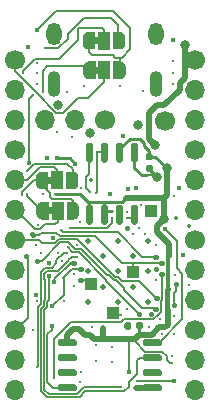
<source format=gbr>
%TF.GenerationSoftware,KiCad,Pcbnew,(5.1.6-0-10_14)*%
%TF.CreationDate,2022-02-25T19:50:12-06:00*%
%TF.ProjectId,Bonsai_C4,426f6e73-6169-45f4-9334-2e6b69636164,rev?*%
%TF.SameCoordinates,Original*%
%TF.FileFunction,Copper,L4,Bot*%
%TF.FilePolarity,Positive*%
%FSLAX46Y46*%
G04 Gerber Fmt 4.6, Leading zero omitted, Abs format (unit mm)*
G04 Created by KiCad (PCBNEW (5.1.6-0-10_14)) date 2022-02-25 19:50:12*
%MOMM*%
%LPD*%
G01*
G04 APERTURE LIST*
%TA.AperFunction,EtchedComponent*%
%ADD10C,0.100000*%
%TD*%
%TA.AperFunction,ComponentPad*%
%ADD11C,1.700000*%
%TD*%
%TA.AperFunction,ComponentPad*%
%ADD12O,1.700000X1.700000*%
%TD*%
%TA.AperFunction,SMDPad,CuDef*%
%ADD13C,0.100000*%
%TD*%
%TA.AperFunction,SMDPad,CuDef*%
%ADD14R,1.000000X1.500000*%
%TD*%
%TA.AperFunction,SMDPad,CuDef*%
%ADD15R,1.000000X1.000000*%
%TD*%
%TA.AperFunction,ComponentPad*%
%ADD16O,1.100000X2.200000*%
%TD*%
%TA.AperFunction,ComponentPad*%
%ADD17O,1.300000X1.900000*%
%TD*%
%TA.AperFunction,ViaPad*%
%ADD18C,0.500000*%
%TD*%
%TA.AperFunction,ViaPad*%
%ADD19C,0.250000*%
%TD*%
%TA.AperFunction,ViaPad*%
%ADD20C,0.800000*%
%TD*%
%TA.AperFunction,ViaPad*%
%ADD21C,0.450000*%
%TD*%
%TA.AperFunction,ViaPad*%
%ADD22C,0.350000*%
%TD*%
%TA.AperFunction,Conductor*%
%ADD23C,0.127000*%
%TD*%
%TA.AperFunction,Conductor*%
%ADD24C,0.220000*%
%TD*%
%TA.AperFunction,Conductor*%
%ADD25C,0.500000*%
%TD*%
%TA.AperFunction,Conductor*%
%ADD26C,0.250000*%
%TD*%
%TA.AperFunction,Conductor*%
%ADD27C,0.380000*%
%TD*%
%TA.AperFunction,Conductor*%
%ADD28C,0.450000*%
%TD*%
G04 APERTURE END LIST*
D10*
%TO.C,JP4*%
G36*
X102710000Y-113050000D02*
G01*
X103210000Y-113050000D01*
X103210000Y-112450000D01*
X102710000Y-112450000D01*
X102710000Y-113050000D01*
G37*
%TO.C,JP3*%
G36*
X102670000Y-110480000D02*
G01*
X103170000Y-110480000D01*
X103170000Y-109880000D01*
X102670000Y-109880000D01*
X102670000Y-110480000D01*
G37*
%TO.C,JP1*%
G36*
X106629000Y-98643000D02*
G01*
X107129000Y-98643000D01*
X107129000Y-98043000D01*
X106629000Y-98043000D01*
X106629000Y-98643000D01*
G37*
%TO.C,JP2*%
G36*
X106673000Y-101153000D02*
G01*
X107173000Y-101153000D01*
X107173000Y-100553000D01*
X106673000Y-100553000D01*
X106673000Y-101153000D01*
G37*
%TD*%
%TO.P,C13,2*%
%TO.N,GND*%
%TA.AperFunction,SMDPad,CuDef*%
G36*
G01*
X111197500Y-108860000D02*
X111542500Y-108860000D01*
G75*
G02*
X111690000Y-109007500I0J-147500D01*
G01*
X111690000Y-109302500D01*
G75*
G02*
X111542500Y-109450000I-147500J0D01*
G01*
X111197500Y-109450000D01*
G75*
G02*
X111050000Y-109302500I0J147500D01*
G01*
X111050000Y-109007500D01*
G75*
G02*
X111197500Y-108860000I147500J0D01*
G01*
G37*
%TD.AperFunction*%
%TO.P,C13,1*%
%TO.N,+3V3*%
%TA.AperFunction,SMDPad,CuDef*%
G36*
G01*
X111197500Y-107890000D02*
X111542500Y-107890000D01*
G75*
G02*
X111690000Y-108037500I0J-147500D01*
G01*
X111690000Y-108332500D01*
G75*
G02*
X111542500Y-108480000I-147500J0D01*
G01*
X111197500Y-108480000D01*
G75*
G02*
X111050000Y-108332500I0J147500D01*
G01*
X111050000Y-108037500D01*
G75*
G02*
X111197500Y-107890000I147500J0D01*
G01*
G37*
%TD.AperFunction*%
%TD*%
D11*
%TO.P,J4,1*%
%TO.N,/PD3*%
X100000000Y-100000000D03*
D12*
%TO.P,J4,2*%
%TO.N,/PD2*%
X100000000Y-102540000D03*
%TO.P,J4,3*%
%TO.N,GND*%
X100000000Y-105080000D03*
%TO.P,J4,6*%
%TO.N,/PD0*%
X100000000Y-112700000D03*
%TO.P,J4,5*%
%TO.N,/PD1*%
X100000000Y-110160000D03*
D11*
%TO.P,J4,4*%
%TO.N,GND*%
X100000000Y-107620000D03*
%TO.P,J4,10*%
%TO.N,/B10*%
X100000000Y-122860000D03*
D12*
%TO.P,J4,8*%
%TO.N,/B8*%
X100000000Y-117780000D03*
D11*
%TO.P,J4,7*%
%TO.N,/A4*%
X100000000Y-115240000D03*
D12*
%TO.P,J4,11*%
%TO.N,/A8*%
X100000000Y-125400000D03*
%TO.P,J4,12*%
%TO.N,/B0*%
X100000000Y-127940000D03*
%TO.P,J4,9*%
%TO.N,/A3*%
X100000000Y-120320000D03*
%TD*%
D11*
%TO.P,J5,1*%
%TO.N,+5V*%
X115240000Y-100000000D03*
D12*
%TO.P,J5,2*%
%TO.N,GND*%
X115240000Y-102540000D03*
%TO.P,J5,3*%
%TO.N,/DFU*%
X115240000Y-105080000D03*
%TO.P,J5,6*%
%TO.N,/A6*%
X115240000Y-112700000D03*
%TO.P,J5,5*%
%TO.N,/A7*%
X115240000Y-110160000D03*
D11*
%TO.P,J5,4*%
%TO.N,+3V3*%
X115240000Y-107620000D03*
%TO.P,J5,10*%
%TO.N,/B14*%
X115240000Y-122860000D03*
D12*
%TO.P,J5,8*%
%TO.N,/A1*%
X115240000Y-117780000D03*
D11*
%TO.P,J5,7*%
%TO.N,/A5*%
X115240000Y-115240000D03*
D12*
%TO.P,J5,11*%
%TO.N,/B15*%
X115240000Y-125400000D03*
%TO.P,J5,12*%
%TO.N,/B1*%
X115240000Y-127940000D03*
%TO.P,J5,9*%
%TO.N,/B13*%
X115240000Y-120320000D03*
%TD*%
%TO.P,J1,3*%
%TO.N,/D+*%
X102540000Y-105080000D03*
%TO.P,J1,2*%
%TO.N,/D-*%
X105080000Y-105080000D03*
D11*
%TO.P,J1,1*%
%TO.N,VBUS*%
X107620000Y-105080000D03*
%TD*%
%TO.P,J2,1*%
%TO.N,/A10_5V*%
X112680000Y-105120000D03*
%TD*%
%TA.AperFunction,SMDPad,CuDef*%
D13*
%TO.P,JP4,1*%
%TO.N,/B6*%
G36*
X102860000Y-113500000D02*
G01*
X102310000Y-113500000D01*
X102310000Y-113499398D01*
X102285466Y-113499398D01*
X102236635Y-113494588D01*
X102188510Y-113485016D01*
X102141555Y-113470772D01*
X102096222Y-113451995D01*
X102052949Y-113428864D01*
X102012150Y-113401604D01*
X101974221Y-113370476D01*
X101939524Y-113335779D01*
X101908396Y-113297850D01*
X101881136Y-113257051D01*
X101858005Y-113213778D01*
X101839228Y-113168445D01*
X101824984Y-113121490D01*
X101815412Y-113073365D01*
X101810602Y-113024534D01*
X101810602Y-113000000D01*
X101810000Y-113000000D01*
X101810000Y-112500000D01*
X101810602Y-112500000D01*
X101810602Y-112475466D01*
X101815412Y-112426635D01*
X101824984Y-112378510D01*
X101839228Y-112331555D01*
X101858005Y-112286222D01*
X101881136Y-112242949D01*
X101908396Y-112202150D01*
X101939524Y-112164221D01*
X101974221Y-112129524D01*
X102012150Y-112098396D01*
X102052949Y-112071136D01*
X102096222Y-112048005D01*
X102141555Y-112029228D01*
X102188510Y-112014984D01*
X102236635Y-112005412D01*
X102285466Y-112000602D01*
X102310000Y-112000602D01*
X102310000Y-112000000D01*
X102860000Y-112000000D01*
X102860000Y-113500000D01*
G37*
%TD.AperFunction*%
D14*
%TO.P,JP4,2*%
%TO.N,/PD0*%
X103610000Y-112750000D03*
%TA.AperFunction,SMDPad,CuDef*%
D13*
%TO.P,JP4,3*%
%TO.N,/B9*%
G36*
X104910000Y-112000602D02*
G01*
X104934534Y-112000602D01*
X104983365Y-112005412D01*
X105031490Y-112014984D01*
X105078445Y-112029228D01*
X105123778Y-112048005D01*
X105167051Y-112071136D01*
X105207850Y-112098396D01*
X105245779Y-112129524D01*
X105280476Y-112164221D01*
X105311604Y-112202150D01*
X105338864Y-112242949D01*
X105361995Y-112286222D01*
X105380772Y-112331555D01*
X105395016Y-112378510D01*
X105404588Y-112426635D01*
X105409398Y-112475466D01*
X105409398Y-112500000D01*
X105410000Y-112500000D01*
X105410000Y-113000000D01*
X105409398Y-113000000D01*
X105409398Y-113024534D01*
X105404588Y-113073365D01*
X105395016Y-113121490D01*
X105380772Y-113168445D01*
X105361995Y-113213778D01*
X105338864Y-113257051D01*
X105311604Y-113297850D01*
X105280476Y-113335779D01*
X105245779Y-113370476D01*
X105207850Y-113401604D01*
X105167051Y-113428864D01*
X105123778Y-113451995D01*
X105078445Y-113470772D01*
X105031490Y-113485016D01*
X104983365Y-113494588D01*
X104934534Y-113499398D01*
X104910000Y-113499398D01*
X104910000Y-113500000D01*
X104360000Y-113500000D01*
X104360000Y-112000000D01*
X104910000Y-112000000D01*
X104910000Y-112000602D01*
G37*
%TD.AperFunction*%
%TD*%
%TA.AperFunction,SMDPad,CuDef*%
%TO.P,JP3,1*%
%TO.N,/B9*%
G36*
X102820000Y-110930000D02*
G01*
X102270000Y-110930000D01*
X102270000Y-110929398D01*
X102245466Y-110929398D01*
X102196635Y-110924588D01*
X102148510Y-110915016D01*
X102101555Y-110900772D01*
X102056222Y-110881995D01*
X102012949Y-110858864D01*
X101972150Y-110831604D01*
X101934221Y-110800476D01*
X101899524Y-110765779D01*
X101868396Y-110727850D01*
X101841136Y-110687051D01*
X101818005Y-110643778D01*
X101799228Y-110598445D01*
X101784984Y-110551490D01*
X101775412Y-110503365D01*
X101770602Y-110454534D01*
X101770602Y-110430000D01*
X101770000Y-110430000D01*
X101770000Y-109930000D01*
X101770602Y-109930000D01*
X101770602Y-109905466D01*
X101775412Y-109856635D01*
X101784984Y-109808510D01*
X101799228Y-109761555D01*
X101818005Y-109716222D01*
X101841136Y-109672949D01*
X101868396Y-109632150D01*
X101899524Y-109594221D01*
X101934221Y-109559524D01*
X101972150Y-109528396D01*
X102012949Y-109501136D01*
X102056222Y-109478005D01*
X102101555Y-109459228D01*
X102148510Y-109444984D01*
X102196635Y-109435412D01*
X102245466Y-109430602D01*
X102270000Y-109430602D01*
X102270000Y-109430000D01*
X102820000Y-109430000D01*
X102820000Y-110930000D01*
G37*
%TD.AperFunction*%
D14*
%TO.P,JP3,2*%
%TO.N,/PD1*%
X103570000Y-110180000D03*
%TA.AperFunction,SMDPad,CuDef*%
D13*
%TO.P,JP3,3*%
%TO.N,/B6*%
G36*
X104870000Y-109430602D02*
G01*
X104894534Y-109430602D01*
X104943365Y-109435412D01*
X104991490Y-109444984D01*
X105038445Y-109459228D01*
X105083778Y-109478005D01*
X105127051Y-109501136D01*
X105167850Y-109528396D01*
X105205779Y-109559524D01*
X105240476Y-109594221D01*
X105271604Y-109632150D01*
X105298864Y-109672949D01*
X105321995Y-109716222D01*
X105340772Y-109761555D01*
X105355016Y-109808510D01*
X105364588Y-109856635D01*
X105369398Y-109905466D01*
X105369398Y-109930000D01*
X105370000Y-109930000D01*
X105370000Y-110430000D01*
X105369398Y-110430000D01*
X105369398Y-110454534D01*
X105364588Y-110503365D01*
X105355016Y-110551490D01*
X105340772Y-110598445D01*
X105321995Y-110643778D01*
X105298864Y-110687051D01*
X105271604Y-110727850D01*
X105240476Y-110765779D01*
X105205779Y-110800476D01*
X105167850Y-110831604D01*
X105127051Y-110858864D01*
X105083778Y-110881995D01*
X105038445Y-110900772D01*
X104991490Y-110915016D01*
X104943365Y-110924588D01*
X104894534Y-110929398D01*
X104870000Y-110929398D01*
X104870000Y-110930000D01*
X104320000Y-110930000D01*
X104320000Y-109430000D01*
X104870000Y-109430000D01*
X104870000Y-109430602D01*
G37*
%TD.AperFunction*%
%TD*%
D15*
%TO.P,J8,1*%
%TO.N,/VBUS_DET*%
X111500000Y-112730000D03*
%TD*%
D16*
%TO.P,J3,S*%
%TO.N,Net-(FB1-Pad1)*%
X103320000Y-102000000D03*
D17*
X103320000Y-97800000D03*
X111920000Y-97800000D03*
D16*
X111920000Y-102000000D03*
%TD*%
%TA.AperFunction,SMDPad,CuDef*%
D13*
%TO.P,JP1,1*%
%TO.N,/A15*%
G36*
X106779000Y-99093000D02*
G01*
X106229000Y-99093000D01*
X106229000Y-99092398D01*
X106204466Y-99092398D01*
X106155635Y-99087588D01*
X106107510Y-99078016D01*
X106060555Y-99063772D01*
X106015222Y-99044995D01*
X105971949Y-99021864D01*
X105931150Y-98994604D01*
X105893221Y-98963476D01*
X105858524Y-98928779D01*
X105827396Y-98890850D01*
X105800136Y-98850051D01*
X105777005Y-98806778D01*
X105758228Y-98761445D01*
X105743984Y-98714490D01*
X105734412Y-98666365D01*
X105729602Y-98617534D01*
X105729602Y-98593000D01*
X105729000Y-98593000D01*
X105729000Y-98093000D01*
X105729602Y-98093000D01*
X105729602Y-98068466D01*
X105734412Y-98019635D01*
X105743984Y-97971510D01*
X105758228Y-97924555D01*
X105777005Y-97879222D01*
X105800136Y-97835949D01*
X105827396Y-97795150D01*
X105858524Y-97757221D01*
X105893221Y-97722524D01*
X105931150Y-97691396D01*
X105971949Y-97664136D01*
X106015222Y-97641005D01*
X106060555Y-97622228D01*
X106107510Y-97607984D01*
X106155635Y-97598412D01*
X106204466Y-97593602D01*
X106229000Y-97593602D01*
X106229000Y-97593000D01*
X106779000Y-97593000D01*
X106779000Y-99093000D01*
G37*
%TD.AperFunction*%
D14*
%TO.P,JP1,2*%
%TO.N,/PD2*%
X107529000Y-98343000D03*
%TA.AperFunction,SMDPad,CuDef*%
D13*
%TO.P,JP1,3*%
%TO.N,/B7*%
G36*
X108829000Y-97593602D02*
G01*
X108853534Y-97593602D01*
X108902365Y-97598412D01*
X108950490Y-97607984D01*
X108997445Y-97622228D01*
X109042778Y-97641005D01*
X109086051Y-97664136D01*
X109126850Y-97691396D01*
X109164779Y-97722524D01*
X109199476Y-97757221D01*
X109230604Y-97795150D01*
X109257864Y-97835949D01*
X109280995Y-97879222D01*
X109299772Y-97924555D01*
X109314016Y-97971510D01*
X109323588Y-98019635D01*
X109328398Y-98068466D01*
X109328398Y-98093000D01*
X109329000Y-98093000D01*
X109329000Y-98593000D01*
X109328398Y-98593000D01*
X109328398Y-98617534D01*
X109323588Y-98666365D01*
X109314016Y-98714490D01*
X109299772Y-98761445D01*
X109280995Y-98806778D01*
X109257864Y-98850051D01*
X109230604Y-98890850D01*
X109199476Y-98928779D01*
X109164779Y-98963476D01*
X109126850Y-98994604D01*
X109086051Y-99021864D01*
X109042778Y-99044995D01*
X108997445Y-99063772D01*
X108950490Y-99078016D01*
X108902365Y-99087588D01*
X108853534Y-99092398D01*
X108829000Y-99092398D01*
X108829000Y-99093000D01*
X108279000Y-99093000D01*
X108279000Y-97593000D01*
X108829000Y-97593000D01*
X108829000Y-97593602D01*
G37*
%TD.AperFunction*%
%TD*%
%TA.AperFunction,SMDPad,CuDef*%
%TO.P,JP2,1*%
%TO.N,/B7*%
G36*
X106823000Y-101603000D02*
G01*
X106273000Y-101603000D01*
X106273000Y-101602398D01*
X106248466Y-101602398D01*
X106199635Y-101597588D01*
X106151510Y-101588016D01*
X106104555Y-101573772D01*
X106059222Y-101554995D01*
X106015949Y-101531864D01*
X105975150Y-101504604D01*
X105937221Y-101473476D01*
X105902524Y-101438779D01*
X105871396Y-101400850D01*
X105844136Y-101360051D01*
X105821005Y-101316778D01*
X105802228Y-101271445D01*
X105787984Y-101224490D01*
X105778412Y-101176365D01*
X105773602Y-101127534D01*
X105773602Y-101103000D01*
X105773000Y-101103000D01*
X105773000Y-100603000D01*
X105773602Y-100603000D01*
X105773602Y-100578466D01*
X105778412Y-100529635D01*
X105787984Y-100481510D01*
X105802228Y-100434555D01*
X105821005Y-100389222D01*
X105844136Y-100345949D01*
X105871396Y-100305150D01*
X105902524Y-100267221D01*
X105937221Y-100232524D01*
X105975150Y-100201396D01*
X106015949Y-100174136D01*
X106059222Y-100151005D01*
X106104555Y-100132228D01*
X106151510Y-100117984D01*
X106199635Y-100108412D01*
X106248466Y-100103602D01*
X106273000Y-100103602D01*
X106273000Y-100103000D01*
X106823000Y-100103000D01*
X106823000Y-101603000D01*
G37*
%TD.AperFunction*%
D14*
%TO.P,JP2,2*%
%TO.N,/PD3*%
X107573000Y-100853000D03*
%TA.AperFunction,SMDPad,CuDef*%
D13*
%TO.P,JP2,3*%
%TO.N,/A15*%
G36*
X108873000Y-100103602D02*
G01*
X108897534Y-100103602D01*
X108946365Y-100108412D01*
X108994490Y-100117984D01*
X109041445Y-100132228D01*
X109086778Y-100151005D01*
X109130051Y-100174136D01*
X109170850Y-100201396D01*
X109208779Y-100232524D01*
X109243476Y-100267221D01*
X109274604Y-100305150D01*
X109301864Y-100345949D01*
X109324995Y-100389222D01*
X109343772Y-100434555D01*
X109358016Y-100481510D01*
X109367588Y-100529635D01*
X109372398Y-100578466D01*
X109372398Y-100603000D01*
X109373000Y-100603000D01*
X109373000Y-101103000D01*
X109372398Y-101103000D01*
X109372398Y-101127534D01*
X109367588Y-101176365D01*
X109358016Y-101224490D01*
X109343772Y-101271445D01*
X109324995Y-101316778D01*
X109301864Y-101360051D01*
X109274604Y-101400850D01*
X109243476Y-101438779D01*
X109208779Y-101473476D01*
X109170850Y-101504604D01*
X109130051Y-101531864D01*
X109086778Y-101554995D01*
X109041445Y-101573772D01*
X108994490Y-101588016D01*
X108946365Y-101597588D01*
X108897534Y-101602398D01*
X108873000Y-101602398D01*
X108873000Y-101603000D01*
X108323000Y-101603000D01*
X108323000Y-100103000D01*
X108873000Y-100103000D01*
X108873000Y-100103602D01*
G37*
%TD.AperFunction*%
%TD*%
D18*
%TO.N,GND*%
%TO.C,U3*%
X106172000Y-120440000D03*
X106172000Y-117890000D03*
X106172000Y-115340000D03*
X107447000Y-119165000D03*
X107447000Y-116615000D03*
X108722000Y-120440000D03*
X108722000Y-117890000D03*
X108722000Y-115340000D03*
X109997000Y-119165000D03*
X109997000Y-116615000D03*
X111272000Y-120440000D03*
X111272000Y-117890000D03*
X111272000Y-115340000D03*
%TD*%
%TO.P,U7,8*%
%TO.N,+3V3*%
%TA.AperFunction,SMDPad,CuDef*%
G36*
G01*
X106140000Y-112265000D02*
X106440000Y-112265000D01*
G75*
G02*
X106590000Y-112415000I0J-150000D01*
G01*
X106590000Y-113765000D01*
G75*
G02*
X106440000Y-113915000I-150000J0D01*
G01*
X106140000Y-113915000D01*
G75*
G02*
X105990000Y-113765000I0J150000D01*
G01*
X105990000Y-112415000D01*
G75*
G02*
X106140000Y-112265000I150000J0D01*
G01*
G37*
%TD.AperFunction*%
%TO.P,U7,7*%
%TA.AperFunction,SMDPad,CuDef*%
G36*
G01*
X107410000Y-112265000D02*
X107710000Y-112265000D01*
G75*
G02*
X107860000Y-112415000I0J-150000D01*
G01*
X107860000Y-113765000D01*
G75*
G02*
X107710000Y-113915000I-150000J0D01*
G01*
X107410000Y-113915000D01*
G75*
G02*
X107260000Y-113765000I0J150000D01*
G01*
X107260000Y-112415000D01*
G75*
G02*
X107410000Y-112265000I150000J0D01*
G01*
G37*
%TD.AperFunction*%
%TO.P,U7,6*%
%TO.N,/B3_SCK*%
%TA.AperFunction,SMDPad,CuDef*%
G36*
G01*
X108680000Y-112265000D02*
X108980000Y-112265000D01*
G75*
G02*
X109130000Y-112415000I0J-150000D01*
G01*
X109130000Y-113765000D01*
G75*
G02*
X108980000Y-113915000I-150000J0D01*
G01*
X108680000Y-113915000D01*
G75*
G02*
X108530000Y-113765000I0J150000D01*
G01*
X108530000Y-112415000D01*
G75*
G02*
X108680000Y-112265000I150000J0D01*
G01*
G37*
%TD.AperFunction*%
%TO.P,U7,5*%
%TO.N,/B5_MOSI*%
%TA.AperFunction,SMDPad,CuDef*%
G36*
G01*
X109950000Y-112265000D02*
X110250000Y-112265000D01*
G75*
G02*
X110400000Y-112415000I0J-150000D01*
G01*
X110400000Y-113765000D01*
G75*
G02*
X110250000Y-113915000I-150000J0D01*
G01*
X109950000Y-113915000D01*
G75*
G02*
X109800000Y-113765000I0J150000D01*
G01*
X109800000Y-112415000D01*
G75*
G02*
X109950000Y-112265000I150000J0D01*
G01*
G37*
%TD.AperFunction*%
%TO.P,U7,4*%
%TO.N,GND*%
%TA.AperFunction,SMDPad,CuDef*%
G36*
G01*
X109950000Y-107015000D02*
X110250000Y-107015000D01*
G75*
G02*
X110400000Y-107165000I0J-150000D01*
G01*
X110400000Y-108515000D01*
G75*
G02*
X110250000Y-108665000I-150000J0D01*
G01*
X109950000Y-108665000D01*
G75*
G02*
X109800000Y-108515000I0J150000D01*
G01*
X109800000Y-107165000D01*
G75*
G02*
X109950000Y-107015000I150000J0D01*
G01*
G37*
%TD.AperFunction*%
%TO.P,U7,3*%
%TO.N,+3V3*%
%TA.AperFunction,SMDPad,CuDef*%
G36*
G01*
X108680000Y-107015000D02*
X108980000Y-107015000D01*
G75*
G02*
X109130000Y-107165000I0J-150000D01*
G01*
X109130000Y-108515000D01*
G75*
G02*
X108980000Y-108665000I-150000J0D01*
G01*
X108680000Y-108665000D01*
G75*
G02*
X108530000Y-108515000I0J150000D01*
G01*
X108530000Y-107165000D01*
G75*
G02*
X108680000Y-107015000I150000J0D01*
G01*
G37*
%TD.AperFunction*%
%TO.P,U7,2*%
%TO.N,/B4_MISO*%
%TA.AperFunction,SMDPad,CuDef*%
G36*
G01*
X107410000Y-107015000D02*
X107710000Y-107015000D01*
G75*
G02*
X107860000Y-107165000I0J-150000D01*
G01*
X107860000Y-108515000D01*
G75*
G02*
X107710000Y-108665000I-150000J0D01*
G01*
X107410000Y-108665000D01*
G75*
G02*
X107260000Y-108515000I0J150000D01*
G01*
X107260000Y-107165000D01*
G75*
G02*
X107410000Y-107015000I150000J0D01*
G01*
G37*
%TD.AperFunction*%
%TO.P,U7,1*%
%TO.N,/A0_FRAM_CS*%
%TA.AperFunction,SMDPad,CuDef*%
G36*
G01*
X106140000Y-107015000D02*
X106440000Y-107015000D01*
G75*
G02*
X106590000Y-107165000I0J-150000D01*
G01*
X106590000Y-108515000D01*
G75*
G02*
X106440000Y-108665000I-150000J0D01*
G01*
X106140000Y-108665000D01*
G75*
G02*
X105990000Y-108515000I0J150000D01*
G01*
X105990000Y-107165000D01*
G75*
G02*
X106140000Y-107015000I150000J0D01*
G01*
G37*
%TD.AperFunction*%
%TD*%
%TO.P,U6,8*%
%TO.N,+3V3*%
%TA.AperFunction,SMDPad,CuDef*%
G36*
G01*
X105210000Y-123775000D02*
X105210000Y-124075000D01*
G75*
G02*
X105060000Y-124225000I-150000J0D01*
G01*
X103760000Y-124225000D01*
G75*
G02*
X103610000Y-124075000I0J150000D01*
G01*
X103610000Y-123775000D01*
G75*
G02*
X103760000Y-123625000I150000J0D01*
G01*
X105060000Y-123625000D01*
G75*
G02*
X105210000Y-123775000I0J-150000D01*
G01*
G37*
%TD.AperFunction*%
%TO.P,U6,7*%
%TO.N,Net-(U6-Pad7)*%
%TA.AperFunction,SMDPad,CuDef*%
G36*
G01*
X105210000Y-125045000D02*
X105210000Y-125345000D01*
G75*
G02*
X105060000Y-125495000I-150000J0D01*
G01*
X103760000Y-125495000D01*
G75*
G02*
X103610000Y-125345000I0J150000D01*
G01*
X103610000Y-125045000D01*
G75*
G02*
X103760000Y-124895000I150000J0D01*
G01*
X105060000Y-124895000D01*
G75*
G02*
X105210000Y-125045000I0J-150000D01*
G01*
G37*
%TD.AperFunction*%
%TO.P,U6,6*%
%TO.N,/B3_SCK*%
%TA.AperFunction,SMDPad,CuDef*%
G36*
G01*
X105210000Y-126315000D02*
X105210000Y-126615000D01*
G75*
G02*
X105060000Y-126765000I-150000J0D01*
G01*
X103760000Y-126765000D01*
G75*
G02*
X103610000Y-126615000I0J150000D01*
G01*
X103610000Y-126315000D01*
G75*
G02*
X103760000Y-126165000I150000J0D01*
G01*
X105060000Y-126165000D01*
G75*
G02*
X105210000Y-126315000I0J-150000D01*
G01*
G37*
%TD.AperFunction*%
%TO.P,U6,5*%
%TO.N,/B5_MOSI*%
%TA.AperFunction,SMDPad,CuDef*%
G36*
G01*
X105210000Y-127585000D02*
X105210000Y-127885000D01*
G75*
G02*
X105060000Y-128035000I-150000J0D01*
G01*
X103760000Y-128035000D01*
G75*
G02*
X103610000Y-127885000I0J150000D01*
G01*
X103610000Y-127585000D01*
G75*
G02*
X103760000Y-127435000I150000J0D01*
G01*
X105060000Y-127435000D01*
G75*
G02*
X105210000Y-127585000I0J-150000D01*
G01*
G37*
%TD.AperFunction*%
%TO.P,U6,4*%
%TO.N,GND*%
%TA.AperFunction,SMDPad,CuDef*%
G36*
G01*
X112410000Y-127585000D02*
X112410000Y-127885000D01*
G75*
G02*
X112260000Y-128035000I-150000J0D01*
G01*
X110960000Y-128035000D01*
G75*
G02*
X110810000Y-127885000I0J150000D01*
G01*
X110810000Y-127585000D01*
G75*
G02*
X110960000Y-127435000I150000J0D01*
G01*
X112260000Y-127435000D01*
G75*
G02*
X112410000Y-127585000I0J-150000D01*
G01*
G37*
%TD.AperFunction*%
%TO.P,U6,3*%
%TO.N,Net-(U6-Pad3)*%
%TA.AperFunction,SMDPad,CuDef*%
G36*
G01*
X112410000Y-126315000D02*
X112410000Y-126615000D01*
G75*
G02*
X112260000Y-126765000I-150000J0D01*
G01*
X110960000Y-126765000D01*
G75*
G02*
X110810000Y-126615000I0J150000D01*
G01*
X110810000Y-126315000D01*
G75*
G02*
X110960000Y-126165000I150000J0D01*
G01*
X112260000Y-126165000D01*
G75*
G02*
X112410000Y-126315000I0J-150000D01*
G01*
G37*
%TD.AperFunction*%
%TO.P,U6,2*%
%TO.N,/B4_MISO*%
%TA.AperFunction,SMDPad,CuDef*%
G36*
G01*
X112410000Y-125045000D02*
X112410000Y-125345000D01*
G75*
G02*
X112260000Y-125495000I-150000J0D01*
G01*
X110960000Y-125495000D01*
G75*
G02*
X110810000Y-125345000I0J150000D01*
G01*
X110810000Y-125045000D01*
G75*
G02*
X110960000Y-124895000I150000J0D01*
G01*
X112260000Y-124895000D01*
G75*
G02*
X112410000Y-125045000I0J-150000D01*
G01*
G37*
%TD.AperFunction*%
%TO.P,U6,1*%
%TO.N,/B12_FLASH_CS*%
%TA.AperFunction,SMDPad,CuDef*%
G36*
G01*
X112410000Y-123775000D02*
X112410000Y-124075000D01*
G75*
G02*
X112260000Y-124225000I-150000J0D01*
G01*
X110960000Y-124225000D01*
G75*
G02*
X110810000Y-124075000I0J150000D01*
G01*
X110810000Y-123775000D01*
G75*
G02*
X110960000Y-123625000I150000J0D01*
G01*
X112260000Y-123625000D01*
G75*
G02*
X112410000Y-123775000I0J-150000D01*
G01*
G37*
%TD.AperFunction*%
%TD*%
%TO.P,C5,2*%
%TO.N,GND*%
%TA.AperFunction,SMDPad,CuDef*%
G36*
G01*
X109850000Y-122317500D02*
X109850000Y-122662500D01*
G75*
G02*
X109702500Y-122810000I-147500J0D01*
G01*
X109407500Y-122810000D01*
G75*
G02*
X109260000Y-122662500I0J147500D01*
G01*
X109260000Y-122317500D01*
G75*
G02*
X109407500Y-122170000I147500J0D01*
G01*
X109702500Y-122170000D01*
G75*
G02*
X109850000Y-122317500I0J-147500D01*
G01*
G37*
%TD.AperFunction*%
%TO.P,C5,1*%
%TO.N,+3V3*%
%TA.AperFunction,SMDPad,CuDef*%
G36*
G01*
X110820000Y-122317500D02*
X110820000Y-122662500D01*
G75*
G02*
X110672500Y-122810000I-147500J0D01*
G01*
X110377500Y-122810000D01*
G75*
G02*
X110230000Y-122662500I0J147500D01*
G01*
X110230000Y-122317500D01*
G75*
G02*
X110377500Y-122170000I147500J0D01*
G01*
X110672500Y-122170000D01*
G75*
G02*
X110820000Y-122317500I0J-147500D01*
G01*
G37*
%TD.AperFunction*%
%TD*%
D15*
%TO.P,J15,1*%
%TO.N,/BOOT0*%
X106410000Y-118922000D03*
%TD*%
%TO.P,J16,1*%
%TO.N,/NRST*%
X108281000Y-121436000D03*
%TD*%
%TO.P,J14,1*%
%TO.N,/B2*%
X109995000Y-117938000D03*
%TD*%
D19*
%TO.N,GND*%
X113463000Y-111466000D03*
X101821000Y-102049000D03*
X113358000Y-100082000D03*
D20*
X106364000Y-106197000D03*
D19*
X109438000Y-122625000D03*
X111341000Y-122625000D03*
X109468000Y-121056000D03*
X105619000Y-110824000D03*
D21*
X102681784Y-108250856D03*
X113878955Y-110795454D03*
X114199761Y-116483619D03*
D19*
X101959000Y-113925000D03*
X113356000Y-102029000D03*
X111973168Y-115634990D03*
X103994000Y-116978000D03*
X112426990Y-123150000D03*
X106496761Y-122615239D03*
X106825000Y-124136000D03*
X106858000Y-125479000D03*
X108213000Y-125524000D03*
X104809000Y-106488000D03*
X103545000Y-106066000D03*
X110870000Y-102605000D03*
X104370000Y-102688000D03*
D20*
X103665309Y-103763691D03*
D19*
X102383010Y-111367990D03*
X101833019Y-100268916D03*
X104116202Y-120346202D03*
D21*
X101777172Y-119875929D03*
D20*
X112051988Y-109880000D03*
D19*
X108190000Y-124310000D03*
D21*
X110250000Y-127740000D03*
D19*
X105590000Y-126390000D03*
X105480000Y-127210000D03*
X105520000Y-113690000D03*
D21*
X103174436Y-115028510D03*
D20*
%TO.N,+5V*%
X114373000Y-98687000D03*
X111870000Y-107200000D03*
D19*
%TO.N,+3V3*%
X113317000Y-125676000D03*
D21*
X110400000Y-123368000D03*
X109663000Y-126436002D03*
D20*
X112636133Y-113460933D03*
D21*
X105398000Y-122757000D03*
D19*
X103353000Y-111368000D03*
D20*
X112830000Y-109130000D03*
D19*
X108188078Y-112750000D03*
D20*
%TO.N,Net-(D1-Pad2)*%
X110430000Y-105467000D03*
D21*
X108075768Y-111367469D03*
%TO.N,VBUS*%
X110226356Y-110817020D03*
X109120000Y-106420000D03*
D19*
%TO.N,/A3*%
X112262863Y-121873863D03*
%TO.N,Net-(J3-PadA5)*%
X113352000Y-101090000D03*
X108870000Y-102225000D03*
%TO.N,Net-(J3-PadB5)*%
X105870000Y-102225000D03*
X101821000Y-101079000D03*
%TO.N,/NRST*%
X108972000Y-121585000D03*
X113477030Y-123147637D03*
%TO.N,/BOOT0*%
X105589000Y-118638000D03*
X103626000Y-116315000D03*
%TO.N,/B0*%
X112402000Y-118140000D03*
X103280000Y-126890000D03*
%TO.N,/B1*%
X111899000Y-117640000D03*
%TO.N,/B2*%
X112405000Y-117141000D03*
X113443637Y-120733363D03*
X113611000Y-118916000D03*
X102160000Y-116314000D03*
X101521058Y-114763337D03*
%TO.N,/B7*%
X104989000Y-118140000D03*
X101480000Y-102910000D03*
X102350000Y-102670000D03*
X102520000Y-98990000D03*
D21*
X101140000Y-108670000D03*
D19*
%TO.N,/B6*%
X105574000Y-117640000D03*
X104090000Y-118400000D03*
D21*
X103155450Y-120790457D03*
D19*
X101024479Y-109410000D03*
X101024479Y-111370655D03*
D22*
%TO.N,/A10*%
X106434000Y-110176000D03*
D19*
X109460000Y-112840000D03*
%TO.N,/B13*%
X110971000Y-114706000D03*
%TO.N,/B9*%
X100625086Y-111392893D03*
%TO.N,/B15*%
X109971000Y-114705000D03*
%TO.N,/B8*%
X104992000Y-119139000D03*
%TO.N,/B14*%
X110471000Y-114180000D03*
%TO.N,/A2*%
X111471000Y-121507000D03*
%TO.N,/DFU*%
X113272000Y-125040000D03*
D22*
X114756000Y-114041000D03*
X113623451Y-113358549D03*
D19*
X114710243Y-119068635D03*
%TO.N,/B10*%
X111908000Y-116640000D03*
X100956000Y-116573000D03*
X103890000Y-114400014D03*
D21*
%TO.N,/A15*%
X101822000Y-97440000D03*
D19*
X105230000Y-115604480D03*
D21*
%TO.N,Net-(C12-Pad1)*%
X113359000Y-98304000D03*
X101081133Y-98877986D03*
X102841490Y-117148510D03*
X102911515Y-118302532D03*
D19*
X110330000Y-127170000D03*
X109000000Y-127690000D03*
D21*
X113430000Y-127170000D03*
D19*
%TO.N,/VBUS_DET*%
X111507000Y-112408000D03*
%TO.N,Net-(D3-Pad-)*%
X101504969Y-122852294D03*
X101798069Y-115659441D03*
D21*
%TO.N,Net-(D5-Pad1)*%
X103522000Y-108291000D03*
X105107000Y-108774000D03*
D19*
X110700000Y-112300000D03*
D21*
%TO.N,/A10_5V*%
X109565743Y-110891954D03*
D19*
%TO.N,/A8*%
X109471000Y-114209000D03*
X101820000Y-120390000D03*
%TO.N,/A4*%
X111969000Y-120139000D03*
%TO.N,/A6*%
X113506000Y-118201000D03*
%TO.N,/A7*%
X111914000Y-118641000D03*
%TO.N,/A0_FRAM_CS*%
X110474000Y-121490000D03*
X106330000Y-111180000D03*
X108220000Y-113350000D03*
X104460000Y-115850000D03*
X104640000Y-114190000D03*
%TO.N,/B3_SCK*%
X101840000Y-125940000D03*
X104410000Y-126465000D03*
X108660000Y-113240000D03*
X104427024Y-116310000D03*
%TO.N,/B4_MISO*%
X106940000Y-107770000D03*
X106849363Y-111270637D03*
X105284508Y-116640000D03*
D21*
%TO.N,/B12_FLASH_CS*%
X112692000Y-114284000D03*
D19*
%TO.N,/B5_MOSI*%
X104994000Y-117140000D03*
D21*
X103103000Y-122524000D03*
X103320000Y-118780000D03*
D19*
X109490000Y-113370000D03*
%TO.N,Net-(Q2-Pad6)*%
X113482000Y-121666000D03*
X101838000Y-116959000D03*
X111928000Y-121096000D03*
%TO.N,/PD2*%
X100650000Y-101060002D03*
%TD*%
D23*
%TO.N,GND*%
X111901988Y-109730000D02*
X112051988Y-109880000D01*
X111170000Y-109730000D02*
X111901988Y-109730000D01*
D24*
X110710000Y-109730000D02*
X111170000Y-109730000D01*
X110100000Y-109120000D02*
X110710000Y-109730000D01*
X110100000Y-107840000D02*
X110100000Y-109120000D01*
D25*
X111610000Y-127735000D02*
X110243726Y-127735000D01*
X110245000Y-127735000D02*
X110250000Y-127740000D01*
X110243726Y-127735000D02*
X110245000Y-127735000D01*
D26*
X111370000Y-109198012D02*
X112051988Y-109880000D01*
X111370000Y-109155000D02*
X111370000Y-109198012D01*
D25*
%TO.N,+5V*%
X112603001Y-103819999D02*
X112055999Y-103819999D01*
X113939999Y-102483001D02*
X112603001Y-103819999D01*
X111379999Y-106709999D02*
X111870000Y-107200000D01*
X111379999Y-104495999D02*
X111379999Y-106709999D01*
X113939999Y-101915999D02*
X113939999Y-102483001D01*
X112055999Y-103819999D02*
X111379999Y-104495999D01*
X114373000Y-101482998D02*
X113939999Y-101915999D01*
X114373000Y-98687000D02*
X114373000Y-101482998D01*
%TO.N,+3V3*%
X110375000Y-123393000D02*
X110400000Y-123368000D01*
X112636133Y-111641133D02*
X112636133Y-113460933D01*
X112636133Y-113460933D02*
X112579067Y-113460933D01*
X112579067Y-113460933D02*
X112012000Y-114028000D01*
X112012000Y-114028000D02*
X112012000Y-114539000D01*
X113065000Y-115592000D02*
X113065000Y-116589000D01*
X112012000Y-114539000D02*
X113065000Y-115592000D01*
X109402867Y-111641133D02*
X112636133Y-111641133D01*
D27*
X112983999Y-119379999D02*
X112983999Y-116670001D01*
X112983999Y-116670001D02*
X113065000Y-116589000D01*
D28*
X112983999Y-119379999D02*
X112877020Y-119486978D01*
X112877020Y-119486978D02*
X112877020Y-120510128D01*
X112877020Y-120510128D02*
X112843628Y-120543520D01*
X112843628Y-121017252D02*
X112951991Y-121125615D01*
X112843628Y-120543520D02*
X112843628Y-121017252D01*
D25*
X105916000Y-123275000D02*
X105398000Y-122757000D01*
D26*
X103361000Y-111360000D02*
X103353000Y-111368000D01*
X105530000Y-111360000D02*
X103361000Y-111360000D01*
X106144000Y-111974000D02*
X105530000Y-111360000D01*
X106403000Y-111974000D02*
X106144000Y-111974000D01*
D25*
X112636133Y-111641133D02*
X112880001Y-111397265D01*
X112880001Y-111397265D02*
X112880001Y-109451031D01*
D26*
X109070000Y-111974000D02*
X109402867Y-111641133D01*
X107660000Y-112990000D02*
X107560000Y-113090000D01*
X107660000Y-112780000D02*
X107660000Y-112990000D01*
X107690000Y-112750000D02*
X107660000Y-112780000D01*
X108188078Y-112750000D02*
X107690000Y-112750000D01*
D24*
X108830000Y-107510000D02*
X108830000Y-107840000D01*
X109700000Y-106640000D02*
X108830000Y-107510000D01*
X110540000Y-106640000D02*
X109700000Y-106640000D01*
X110890000Y-106990000D02*
X110540000Y-106640000D01*
X111170000Y-107505156D02*
X110890000Y-107225156D01*
X110890000Y-107225156D02*
X110890000Y-106990000D01*
D25*
X105916000Y-123275000D02*
X106355000Y-123275000D01*
X110177990Y-123590010D02*
X110400000Y-123368000D01*
X106355000Y-123275000D02*
X106670010Y-123590010D01*
X107470000Y-123560000D02*
X107439990Y-123590010D01*
X106670010Y-123590010D02*
X107439990Y-123590010D01*
X107439990Y-123590010D02*
X107439990Y-122710520D01*
D23*
X109663000Y-123623020D02*
X109629990Y-123590010D01*
D25*
X109629990Y-123590010D02*
X110177990Y-123590010D01*
D23*
X109663000Y-126436002D02*
X109663000Y-123623020D01*
D25*
X107439990Y-123590010D02*
X109629990Y-123590010D01*
D23*
X113317000Y-125676000D02*
X113096000Y-125676000D01*
X113096000Y-125676000D02*
X112826500Y-125406500D01*
D25*
X110543010Y-123224990D02*
X111555010Y-123224990D01*
X110400000Y-123368000D02*
X110543010Y-123224990D01*
X111555010Y-123224990D02*
X112155001Y-122624999D01*
X112951991Y-122381991D02*
X112951991Y-121125615D01*
X112708983Y-122624999D02*
X112951991Y-122381991D01*
X112155001Y-122624999D02*
X112708983Y-122624999D01*
D23*
X112826500Y-125406500D02*
X112826500Y-125046500D01*
X111038920Y-124668002D02*
X110177990Y-123807072D01*
X112448002Y-124668002D02*
X111038920Y-124668002D01*
X110177990Y-123807072D02*
X110177990Y-123590010D01*
X112826500Y-125046500D02*
X112448002Y-124668002D01*
D25*
X104410000Y-123925000D02*
X104410000Y-123290000D01*
X104943000Y-122757000D02*
X105398000Y-122757000D01*
X104410000Y-123290000D02*
X104943000Y-122757000D01*
D26*
X110525000Y-123243000D02*
X110400000Y-123368000D01*
X110525000Y-122490000D02*
X110525000Y-123243000D01*
X106290000Y-112120000D02*
X106144000Y-111974000D01*
X106290000Y-113090000D02*
X106290000Y-112120000D01*
X107560000Y-113090000D02*
X107560000Y-112020000D01*
X107560000Y-112020000D02*
X107606000Y-111974000D01*
X107606000Y-111974000D02*
X109070000Y-111974000D01*
X106144000Y-111974000D02*
X107606000Y-111974000D01*
X111885000Y-108185000D02*
X112830000Y-109130000D01*
X111370000Y-108185000D02*
X111885000Y-108185000D01*
X111370000Y-107705156D02*
X111170000Y-107505156D01*
X111370000Y-108185000D02*
X111370000Y-107705156D01*
D23*
%TO.N,/NRST*%
X108430000Y-121585000D02*
X108281000Y-121436000D01*
X108972000Y-121585000D02*
X108430000Y-121585000D01*
D28*
%TO.N,/BOOT0*%
X105589000Y-118638000D02*
X105508000Y-118638000D01*
D23*
X106126000Y-118638000D02*
X106410000Y-118922000D01*
X105589000Y-118638000D02*
X106126000Y-118638000D01*
D28*
%TO.N,/B0*%
X112402000Y-118140000D02*
X112398000Y-118140000D01*
D23*
X112366510Y-120400490D02*
X112366510Y-121291490D01*
X112402000Y-118140000D02*
X112438510Y-118176510D01*
X112438510Y-118176510D02*
X112438510Y-120328490D01*
X112366510Y-121291490D02*
X112125437Y-121532563D01*
X112438510Y-120328490D02*
X112366510Y-120400490D01*
X104703510Y-122176490D02*
X103280000Y-123600000D01*
X103280000Y-123600000D02*
X103280000Y-126890000D01*
X108963510Y-122176490D02*
X108973510Y-122176490D01*
X108963510Y-122176490D02*
X104703510Y-122176490D01*
X112125435Y-121532565D02*
X112366510Y-121291490D01*
X111712490Y-121945510D02*
X112125435Y-121532565D01*
X109194490Y-121945510D02*
X111712490Y-121945510D01*
X108963510Y-122176490D02*
X109194490Y-121945510D01*
D28*
%TO.N,/B1*%
X111899000Y-117640000D02*
X111909000Y-117640000D01*
%TO.N,/B2*%
X113452885Y-120724115D02*
X113443637Y-120733363D01*
X113452885Y-120721885D02*
X113452885Y-120724115D01*
D23*
X113443637Y-120733363D02*
X113443637Y-119682363D01*
X113611000Y-119515000D02*
X113611000Y-118916000D01*
X113443637Y-119682363D02*
X113611000Y-119515000D01*
D28*
X113611000Y-118916000D02*
X113611000Y-118972000D01*
D23*
X109995000Y-117147000D02*
X110001000Y-117141000D01*
X109995000Y-117938000D02*
X109995000Y-117147000D01*
X112405000Y-117141000D02*
X110001000Y-117141000D01*
D28*
X112405000Y-117141000D02*
X112318000Y-117141000D01*
X101475000Y-114736000D02*
X101502337Y-114763337D01*
X101502337Y-114763337D02*
X101521058Y-114763337D01*
D23*
X109050734Y-117141000D02*
X110001000Y-117141000D01*
X106765284Y-114855550D02*
X109050734Y-117141000D01*
X102231752Y-114590000D02*
X103500000Y-114590000D01*
X102058415Y-114763337D02*
X102231752Y-114590000D01*
X103765550Y-114855550D02*
X106765284Y-114855550D01*
X103500000Y-114590000D02*
X103765550Y-114855550D01*
X101521058Y-114763337D02*
X102058415Y-114763337D01*
%TO.N,/B7*%
X106229000Y-100809000D02*
X106273000Y-100853000D01*
X102350000Y-100910000D02*
X102740000Y-100520000D01*
X105940000Y-100520000D02*
X106273000Y-100853000D01*
X102350000Y-102670000D02*
X102350000Y-100910000D01*
X104990000Y-100520000D02*
X105940000Y-100520000D01*
X102740000Y-100520000D02*
X104990000Y-100520000D01*
X108801000Y-98315000D02*
X108829000Y-98343000D01*
X106110000Y-100690000D02*
X106273000Y-100853000D01*
X108829000Y-98343000D02*
X108829000Y-98251000D01*
X108829000Y-98251000D02*
X108750000Y-98172000D01*
X108750000Y-98172000D02*
X108750000Y-97060000D01*
X108750000Y-97060000D02*
X108120000Y-96430000D01*
X108120000Y-96430000D02*
X105810000Y-96430000D01*
X105810000Y-96430000D02*
X104450000Y-97790000D01*
X104450000Y-97790000D02*
X104450000Y-98191187D01*
X104450000Y-98191187D02*
X103651187Y-98990000D01*
X103651187Y-98990000D02*
X102520000Y-98990000D01*
X101480000Y-102910000D02*
X101140000Y-103250000D01*
X101140000Y-103250000D02*
X101140000Y-108670000D01*
D28*
%TO.N,/B6*%
X105574000Y-117640000D02*
X105487000Y-117640000D01*
D23*
X105574000Y-117640000D02*
X104796000Y-117640000D01*
X104796000Y-117640000D02*
X104106000Y-118330000D01*
X104106000Y-118330000D02*
X104106000Y-118384000D01*
X104106000Y-118384000D02*
X104090000Y-118400000D01*
X104106000Y-119839907D02*
X103155450Y-120790457D01*
X104106000Y-118330000D02*
X104106000Y-119839907D01*
X104870000Y-110180000D02*
X104870000Y-109250000D01*
X101644479Y-108790000D02*
X101024479Y-109410000D01*
X104410000Y-108790000D02*
X101644479Y-108790000D01*
X104870000Y-109250000D02*
X104410000Y-108790000D01*
X101024479Y-111464479D02*
X101024479Y-111370655D01*
X102310000Y-112750000D02*
X101024479Y-111464479D01*
%TO.N,/B9*%
X104710000Y-111710000D02*
X104910000Y-111910000D01*
X104910000Y-111910000D02*
X104910000Y-112750000D01*
X102970000Y-111560000D02*
X103120000Y-111710000D01*
X102270000Y-110180000D02*
X102270000Y-110550000D01*
X103120000Y-111710000D02*
X104710000Y-111710000D01*
X102970000Y-111250000D02*
X102970000Y-111560000D01*
X102270000Y-110550000D02*
X102970000Y-111250000D01*
X101600000Y-110180000D02*
X100625086Y-111154914D01*
X100625086Y-111154914D02*
X100625086Y-111392893D01*
X102270000Y-110180000D02*
X101600000Y-110180000D01*
D28*
%TO.N,/A2*%
X111471000Y-121507000D02*
X111471000Y-121504000D01*
D23*
%TO.N,/B10*%
X110791991Y-116650009D02*
X111843325Y-116650009D01*
D28*
X111908000Y-116640000D02*
X111853334Y-116640000D01*
X100956000Y-116573000D02*
X100956000Y-116583000D01*
D23*
X101063501Y-120202992D02*
X101063501Y-121796499D01*
X101080999Y-119531368D02*
X101061660Y-119550707D01*
X101080999Y-116697999D02*
X101080999Y-119531368D01*
X100956000Y-116573000D02*
X101080999Y-116697999D01*
X101061660Y-119550707D02*
X101061661Y-120201152D01*
X101061661Y-120201152D02*
X101063501Y-120202992D01*
X101063501Y-121796499D02*
X100000000Y-122860000D01*
X104049986Y-114560000D02*
X103890000Y-114400014D01*
X108701982Y-114560000D02*
X104049986Y-114560000D01*
X110775982Y-116634000D02*
X108701982Y-114560000D01*
%TO.N,/A15*%
X108801000Y-100258000D02*
X108840000Y-100297000D01*
X108829000Y-100809000D02*
X108873000Y-100853000D01*
X108873000Y-100853000D02*
X108873000Y-99783000D01*
X106490000Y-99600000D02*
X106229000Y-99339000D01*
X108873000Y-99783000D02*
X108867498Y-99788502D01*
X108867498Y-99788502D02*
X108460000Y-99788502D01*
X106229000Y-99339000D02*
X106229000Y-98620010D01*
X108460000Y-99788502D02*
X108271498Y-99600000D01*
X108271498Y-99600000D02*
X106490000Y-99600000D01*
X108873000Y-99783000D02*
X109027000Y-99783000D01*
X109027000Y-99783000D02*
X109760000Y-99050000D01*
X109760000Y-97307000D02*
X108265000Y-95812000D01*
X109760000Y-99050000D02*
X109760000Y-97307000D01*
X108265000Y-95812000D02*
X103450000Y-95812000D01*
X103450000Y-95812000D02*
X101822000Y-97440000D01*
D26*
%TO.N,Net-(C12-Pad1)*%
X102854000Y-117221000D02*
X102854000Y-117161020D01*
X102854000Y-117161020D02*
X102841490Y-117148510D01*
D23*
X102881498Y-118332549D02*
X102911515Y-118302532D01*
X102881498Y-120308104D02*
X102881498Y-118332549D01*
X102716948Y-120472654D02*
X102881498Y-120308104D01*
X102460989Y-121153497D02*
X102716948Y-120897538D01*
X105225259Y-128262989D02*
X102834741Y-128262989D01*
X102716948Y-120897538D02*
X102716948Y-120472654D01*
X102460989Y-127889237D02*
X102460989Y-121153497D01*
X105827372Y-127660876D02*
X105225259Y-128262989D01*
X102834741Y-128262989D02*
X102460989Y-127889237D01*
X108970876Y-127660876D02*
X105827372Y-127660876D01*
X109000000Y-127690000D02*
X108970876Y-127660876D01*
X110330000Y-127170000D02*
X113430000Y-127170000D01*
D26*
%TO.N,Net-(D5-Pad1)*%
X104624000Y-108291000D02*
X105107000Y-108774000D01*
X103522000Y-108291000D02*
X104624000Y-108291000D01*
D28*
%TO.N,/A8*%
X109471000Y-114209000D02*
X109463000Y-114209000D01*
%TO.N,/A4*%
X112000000Y-120138000D02*
X111964269Y-120138000D01*
D23*
X108677005Y-118353501D02*
X109025003Y-118701499D01*
X108473009Y-118326991D02*
X108499519Y-118353501D01*
X108473009Y-118323009D02*
X108473009Y-118326991D01*
X110531499Y-118701499D02*
X111969000Y-120139000D01*
X103717923Y-115132561D02*
X105282561Y-115132561D01*
X105282561Y-115132561D02*
X108473009Y-118323009D01*
X102030000Y-115240000D02*
X102270000Y-115480000D01*
X109025003Y-118701499D02*
X110531499Y-118701499D01*
X103370484Y-115480000D02*
X103717923Y-115132561D01*
X108499519Y-118353501D02*
X108677005Y-118353501D01*
X102270000Y-115480000D02*
X103370484Y-115480000D01*
X100000000Y-115240000D02*
X102030000Y-115240000D01*
D28*
%TO.N,/A0_FRAM_CS*%
X110474000Y-121486000D02*
X110478000Y-121490000D01*
D23*
X110474000Y-121486000D02*
X110474000Y-121490000D01*
X106290000Y-107840000D02*
X106290000Y-109630000D01*
X106290000Y-109630000D02*
X106010000Y-109910000D01*
X106010000Y-110860000D02*
X106330000Y-111180000D01*
X106010000Y-109910000D02*
X106010000Y-110860000D01*
X107704477Y-118574477D02*
X105380000Y-116250000D01*
X104860000Y-116250000D02*
X104460000Y-115850000D01*
X105380000Y-116250000D02*
X104860000Y-116250000D01*
X107704477Y-118720477D02*
X107704477Y-118574477D01*
X110474000Y-121490000D02*
X107704477Y-118720477D01*
X108220000Y-113769082D02*
X107799082Y-114190000D01*
X107799082Y-114190000D02*
X104640000Y-114190000D01*
X108220000Y-113350000D02*
X108220000Y-113769082D01*
%TO.N,/B3_SCK*%
X108810000Y-113090000D02*
X108660000Y-113240000D01*
X108830000Y-113090000D02*
X108810000Y-113090000D01*
X103108237Y-117587011D02*
X103502018Y-117193230D01*
X102162926Y-120243172D02*
X102221927Y-120184171D01*
X101840000Y-125940000D02*
X101904999Y-125875001D01*
X101904999Y-125875001D02*
X101904999Y-120915983D01*
X103502018Y-116918218D02*
X104110236Y-116310000D01*
X102569755Y-117587011D02*
X103108237Y-117587011D01*
X102162926Y-120658056D02*
X102162926Y-120243172D01*
X104110236Y-116310000D02*
X104427024Y-116310000D01*
X101904999Y-120915983D02*
X102162926Y-120658056D01*
X102221927Y-120184171D02*
X102221927Y-118637151D01*
X102221927Y-118637151D02*
X102195993Y-118611217D01*
X103502018Y-117193230D02*
X103502018Y-116918218D01*
X102195993Y-118611217D02*
X102195993Y-117960773D01*
X102195993Y-117960773D02*
X102569755Y-117587011D01*
%TO.N,/B4_MISO*%
X107490000Y-107770000D02*
X107560000Y-107840000D01*
X106940000Y-107770000D02*
X107490000Y-107770000D01*
X106940000Y-107770000D02*
X106940000Y-111180000D01*
X106940000Y-111180000D02*
X106849363Y-111270637D01*
X109620000Y-127260000D02*
X109620000Y-127630000D01*
X105950000Y-128050000D02*
X105460000Y-128540000D01*
X102439937Y-120782797D02*
X102439937Y-120357913D01*
X109200000Y-128050000D02*
X105950000Y-128050000D01*
X102498938Y-120298912D02*
X102498938Y-118522410D01*
X104779852Y-116640000D02*
X105284508Y-116640000D01*
X111610000Y-125195000D02*
X110575000Y-125195000D01*
X110575000Y-125195000D02*
X110350000Y-125420000D01*
X110350000Y-126530000D02*
X109620000Y-127260000D01*
X102498938Y-118522410D02*
X102473004Y-118496476D01*
X109620000Y-127630000D02*
X109200000Y-128050000D01*
X102439937Y-120357913D02*
X102498938Y-120298912D01*
X102183978Y-128003978D02*
X102183978Y-121038756D01*
X102473004Y-118496476D02*
X102473004Y-118075514D01*
X110350000Y-125420000D02*
X110350000Y-126530000D01*
X102720000Y-128540000D02*
X102183978Y-128003978D01*
X102473004Y-118075514D02*
X102684496Y-117864022D01*
X102684496Y-117864022D02*
X103608960Y-117864022D01*
X103608960Y-117864022D02*
X104461489Y-117011493D01*
X104461489Y-117011493D02*
X104461489Y-116958363D01*
X105460000Y-128540000D02*
X102720000Y-128540000D01*
X104461489Y-116958363D02*
X104779852Y-116640000D01*
X102183978Y-121038756D02*
X102439937Y-120782797D01*
%TO.N,/B12_FLASH_CS*%
X114170000Y-118070018D02*
X113684501Y-117584519D01*
X112165000Y-123925000D02*
X114170000Y-121920000D01*
X113684501Y-117584519D02*
X113684501Y-115276501D01*
X114170000Y-121920000D02*
X114170000Y-118070018D01*
X113684501Y-115276501D02*
X112692000Y-114284000D01*
X111610000Y-123925000D02*
X112165000Y-123925000D01*
%TO.N,/B5_MOSI*%
X103103000Y-122524000D02*
X103103000Y-122822000D01*
X103103000Y-122822000D02*
X102738000Y-123187000D01*
X102738000Y-123187000D02*
X102738000Y-127254000D01*
D28*
X104994000Y-117140000D02*
X104900000Y-117140000D01*
D23*
X104994000Y-117140000D02*
X104724734Y-117140000D01*
X103320000Y-118544734D02*
X103320000Y-118780000D01*
X104724734Y-117140000D02*
X103320000Y-118544734D01*
X103219000Y-127735000D02*
X102738000Y-127254000D01*
X104410000Y-127735000D02*
X103219000Y-127735000D01*
X109820000Y-113370000D02*
X110100000Y-113090000D01*
X109490000Y-113370000D02*
X109820000Y-113370000D01*
D28*
%TO.N,Net-(Q2-Pad6)*%
X101838000Y-116959000D02*
X101838000Y-116963000D01*
X111928000Y-121096000D02*
X111879500Y-121047500D01*
D23*
X111803001Y-120971001D02*
X111928000Y-121096000D01*
X109237510Y-119483244D02*
X110725267Y-120971001D01*
X110725267Y-120971001D02*
X111803001Y-120971001D01*
X109237510Y-119305758D02*
X109237510Y-119483244D01*
X102283236Y-116959000D02*
X103832664Y-115409572D01*
X108562264Y-118630512D02*
X109237510Y-119305758D01*
X108384778Y-118630512D02*
X108562264Y-118630512D01*
X105560000Y-115970000D02*
X107817222Y-118227222D01*
X101838000Y-116959000D02*
X102283236Y-116959000D01*
X104509572Y-115409572D02*
X105070000Y-115970000D01*
X107981488Y-118227222D02*
X108384778Y-118630512D01*
X107817222Y-118227222D02*
X107981488Y-118227222D01*
X103832664Y-115409572D02*
X104509572Y-115409572D01*
X105070000Y-115970000D02*
X105560000Y-115970000D01*
%TO.N,/PD3*%
X100000000Y-100000000D02*
X100024565Y-100024565D01*
X100000000Y-100929016D02*
X100000000Y-100000000D01*
X101818502Y-102747518D02*
X100000000Y-100929016D01*
X103503982Y-104470000D02*
X101818502Y-102784520D01*
X105330000Y-103200000D02*
X104060000Y-104470000D01*
X101818502Y-102784520D02*
X101818502Y-102747518D01*
X106210000Y-103200000D02*
X105330000Y-103200000D01*
X104060000Y-104470000D02*
X103503982Y-104470000D01*
X107573000Y-101837000D02*
X106210000Y-103200000D01*
X107573000Y-100853000D02*
X107573000Y-101837000D01*
%TO.N,/PD2*%
X100391750Y-102540000D02*
X100195875Y-102344125D01*
X107358752Y-97295752D02*
X105336000Y-97295752D01*
X101669585Y-99930415D02*
X100650000Y-100950000D01*
X103681337Y-99930415D02*
X101669585Y-99930415D01*
X105336000Y-97295752D02*
X105336000Y-98275752D01*
X100650000Y-100950000D02*
X100650000Y-101060002D01*
X107529000Y-97466000D02*
X107358752Y-97295752D01*
X105336000Y-98275752D02*
X103681337Y-99930415D01*
X107529000Y-98343000D02*
X107529000Y-97466000D01*
%TO.N,/PD0*%
X100000000Y-112700000D02*
X100090000Y-112700000D01*
X100090000Y-112700000D02*
X101720000Y-114330000D01*
X101720000Y-114330000D02*
X102080000Y-114330000D01*
X102080000Y-114330000D02*
X102530000Y-113880000D01*
X102530000Y-113880000D02*
X103410000Y-113880000D01*
X103610000Y-113680000D02*
X103610000Y-112750000D01*
X103410000Y-113880000D02*
X103610000Y-113680000D01*
%TO.N,/PD1*%
X100000000Y-110160000D02*
X101034348Y-110160000D01*
X101034348Y-110160000D02*
X102127337Y-109067011D01*
X102127337Y-109067011D02*
X103334011Y-109067011D01*
X103334011Y-109067011D02*
X103570000Y-109303000D01*
X103570000Y-109303000D02*
X103570000Y-110180000D01*
%TD*%
M02*

</source>
